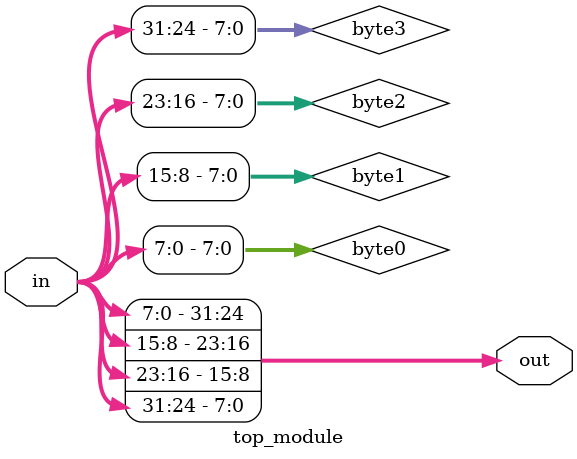
<source format=sv>
module top_module (
    input [31:0] in,
    output [31:0] out
);

    // Create intermediate wire connections for byte reversal
    wire [7:0] byte0;
    wire [7:0] byte1;
    wire [7:0] byte2;
    wire [7:0] byte3;

    // Connecting input bits to byte wires
    assign byte0 = in[7:0];
    assign byte1 = in[15:8];
    assign byte2 = in[23:16];
    assign byte3 = in[31:24];

    // Reversing the byte order of 32-bit input
    assign out = {byte0, byte1, byte2, byte3};

endmodule

</source>
